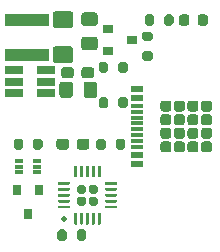
<source format=gbr>
%TF.GenerationSoftware,KiCad,Pcbnew,(5.1.9-0-10_14)*%
%TF.CreationDate,2021-05-17T11:03:40+01:00*%
%TF.ProjectId,Battery,42617474-6572-4792-9e6b-696361645f70,1*%
%TF.SameCoordinates,Original*%
%TF.FileFunction,Paste,Top*%
%TF.FilePolarity,Positive*%
%FSLAX46Y46*%
G04 Gerber Fmt 4.6, Leading zero omitted, Abs format (unit mm)*
G04 Created by KiCad (PCBNEW (5.1.9-0-10_14)) date 2021-05-17 11:03:40*
%MOMM*%
%LPD*%
G01*
G04 APERTURE LIST*
%ADD10R,0.900000X0.800000*%
%ADD11R,0.800000X0.900000*%
%ADD12R,0.700000X0.400000*%
%ADD13R,3.700000X1.100000*%
%ADD14R,1.560000X0.650000*%
%ADD15C,0.500000*%
%ADD16R,1.140000X0.600000*%
%ADD17R,1.140000X0.300000*%
G04 APERTURE END LIST*
%TO.C,R13*%
G36*
G01*
X130675000Y-101575000D02*
X130125000Y-101575000D01*
G75*
G02*
X129925000Y-101375000I0J200000D01*
G01*
X129925000Y-100975000D01*
G75*
G02*
X130125000Y-100775000I200000J0D01*
G01*
X130675000Y-100775000D01*
G75*
G02*
X130875000Y-100975000I0J-200000D01*
G01*
X130875000Y-101375000D01*
G75*
G02*
X130675000Y-101575000I-200000J0D01*
G01*
G37*
G36*
G01*
X130675000Y-103225000D02*
X130125000Y-103225000D01*
G75*
G02*
X129925000Y-103025000I0J200000D01*
G01*
X129925000Y-102625000D01*
G75*
G02*
X130125000Y-102425000I200000J0D01*
G01*
X130675000Y-102425000D01*
G75*
G02*
X130875000Y-102625000I0J-200000D01*
G01*
X130875000Y-103025000D01*
G75*
G02*
X130675000Y-103225000I-200000J0D01*
G01*
G37*
%TD*%
%TO.C,R12*%
G36*
G01*
X127925000Y-104075000D02*
X127925000Y-103525000D01*
G75*
G02*
X128125000Y-103325000I200000J0D01*
G01*
X128525000Y-103325000D01*
G75*
G02*
X128725000Y-103525000I0J-200000D01*
G01*
X128725000Y-104075000D01*
G75*
G02*
X128525000Y-104275000I-200000J0D01*
G01*
X128125000Y-104275000D01*
G75*
G02*
X127925000Y-104075000I0J200000D01*
G01*
G37*
G36*
G01*
X126275000Y-104075000D02*
X126275000Y-103525000D01*
G75*
G02*
X126475000Y-103325000I200000J0D01*
G01*
X126875000Y-103325000D01*
G75*
G02*
X127075000Y-103525000I0J-200000D01*
G01*
X127075000Y-104075000D01*
G75*
G02*
X126875000Y-104275000I-200000J0D01*
G01*
X126475000Y-104275000D01*
G75*
G02*
X126275000Y-104075000I0J200000D01*
G01*
G37*
%TD*%
D10*
%TO.C,Q3*%
X129100000Y-101500000D03*
X127100000Y-102450000D03*
X127100000Y-100550000D03*
%TD*%
D11*
%TO.C,Q2*%
X120300000Y-116200000D03*
X119350000Y-114200000D03*
X121250000Y-114200000D03*
%TD*%
%TO.C,R11*%
G36*
G01*
X131825000Y-100075000D02*
X131825000Y-99525000D01*
G75*
G02*
X132025000Y-99325000I200000J0D01*
G01*
X132425000Y-99325000D01*
G75*
G02*
X132625000Y-99525000I0J-200000D01*
G01*
X132625000Y-100075000D01*
G75*
G02*
X132425000Y-100275000I-200000J0D01*
G01*
X132025000Y-100275000D01*
G75*
G02*
X131825000Y-100075000I0J200000D01*
G01*
G37*
G36*
G01*
X130175000Y-100075000D02*
X130175000Y-99525000D01*
G75*
G02*
X130375000Y-99325000I200000J0D01*
G01*
X130775000Y-99325000D01*
G75*
G02*
X130975000Y-99525000I0J-200000D01*
G01*
X130975000Y-100075000D01*
G75*
G02*
X130775000Y-100275000I-200000J0D01*
G01*
X130375000Y-100275000D01*
G75*
G02*
X130175000Y-100075000I0J200000D01*
G01*
G37*
%TD*%
%TO.C,D1*%
G36*
G01*
X133950000Y-99543750D02*
X133950000Y-100056250D01*
G75*
G02*
X133731250Y-100275000I-218750J0D01*
G01*
X133293750Y-100275000D01*
G75*
G02*
X133075000Y-100056250I0J218750D01*
G01*
X133075000Y-99543750D01*
G75*
G02*
X133293750Y-99325000I218750J0D01*
G01*
X133731250Y-99325000D01*
G75*
G02*
X133950000Y-99543750I0J-218750D01*
G01*
G37*
G36*
G01*
X135525000Y-99543750D02*
X135525000Y-100056250D01*
G75*
G02*
X135306250Y-100275000I-218750J0D01*
G01*
X134868750Y-100275000D01*
G75*
G02*
X134650000Y-100056250I0J218750D01*
G01*
X134650000Y-99543750D01*
G75*
G02*
X134868750Y-99325000I218750J0D01*
G01*
X135306250Y-99325000D01*
G75*
G02*
X135525000Y-99543750I0J-218750D01*
G01*
G37*
%TD*%
%TO.C,R10*%
G36*
G01*
X124425000Y-118275000D02*
X124425000Y-117725000D01*
G75*
G02*
X124625000Y-117525000I200000J0D01*
G01*
X125025000Y-117525000D01*
G75*
G02*
X125225000Y-117725000I0J-200000D01*
G01*
X125225000Y-118275000D01*
G75*
G02*
X125025000Y-118475000I-200000J0D01*
G01*
X124625000Y-118475000D01*
G75*
G02*
X124425000Y-118275000I0J200000D01*
G01*
G37*
G36*
G01*
X122775000Y-118275000D02*
X122775000Y-117725000D01*
G75*
G02*
X122975000Y-117525000I200000J0D01*
G01*
X123375000Y-117525000D01*
G75*
G02*
X123575000Y-117725000I0J-200000D01*
G01*
X123575000Y-118275000D01*
G75*
G02*
X123375000Y-118475000I-200000J0D01*
G01*
X122975000Y-118475000D01*
G75*
G02*
X122775000Y-118275000I0J200000D01*
G01*
G37*
%TD*%
%TO.C,R9*%
G36*
G01*
X119875000Y-110025000D02*
X119875000Y-110575000D01*
G75*
G02*
X119675000Y-110775000I-200000J0D01*
G01*
X119275000Y-110775000D01*
G75*
G02*
X119075000Y-110575000I0J200000D01*
G01*
X119075000Y-110025000D01*
G75*
G02*
X119275000Y-109825000I200000J0D01*
G01*
X119675000Y-109825000D01*
G75*
G02*
X119875000Y-110025000I0J-200000D01*
G01*
G37*
G36*
G01*
X121525000Y-110025000D02*
X121525000Y-110575000D01*
G75*
G02*
X121325000Y-110775000I-200000J0D01*
G01*
X120925000Y-110775000D01*
G75*
G02*
X120725000Y-110575000I0J200000D01*
G01*
X120725000Y-110025000D01*
G75*
G02*
X120925000Y-109825000I200000J0D01*
G01*
X121325000Y-109825000D01*
G75*
G02*
X121525000Y-110025000I0J-200000D01*
G01*
G37*
%TD*%
%TO.C,R8*%
G36*
G01*
X127925000Y-107075000D02*
X127925000Y-106525000D01*
G75*
G02*
X128125000Y-106325000I200000J0D01*
G01*
X128525000Y-106325000D01*
G75*
G02*
X128725000Y-106525000I0J-200000D01*
G01*
X128725000Y-107075000D01*
G75*
G02*
X128525000Y-107275000I-200000J0D01*
G01*
X128125000Y-107275000D01*
G75*
G02*
X127925000Y-107075000I0J200000D01*
G01*
G37*
G36*
G01*
X126275000Y-107075000D02*
X126275000Y-106525000D01*
G75*
G02*
X126475000Y-106325000I200000J0D01*
G01*
X126875000Y-106325000D01*
G75*
G02*
X127075000Y-106525000I0J-200000D01*
G01*
X127075000Y-107075000D01*
G75*
G02*
X126875000Y-107275000I-200000J0D01*
G01*
X126475000Y-107275000D01*
G75*
G02*
X126275000Y-107075000I0J200000D01*
G01*
G37*
%TD*%
%TO.C,R7*%
G36*
G01*
X126875000Y-110025000D02*
X126875000Y-110575000D01*
G75*
G02*
X126675000Y-110775000I-200000J0D01*
G01*
X126275000Y-110775000D01*
G75*
G02*
X126075000Y-110575000I0J200000D01*
G01*
X126075000Y-110025000D01*
G75*
G02*
X126275000Y-109825000I200000J0D01*
G01*
X126675000Y-109825000D01*
G75*
G02*
X126875000Y-110025000I0J-200000D01*
G01*
G37*
G36*
G01*
X128525000Y-110025000D02*
X128525000Y-110575000D01*
G75*
G02*
X128325000Y-110775000I-200000J0D01*
G01*
X127925000Y-110775000D01*
G75*
G02*
X127725000Y-110575000I0J200000D01*
G01*
X127725000Y-110025000D01*
G75*
G02*
X127925000Y-109825000I200000J0D01*
G01*
X128325000Y-109825000D01*
G75*
G02*
X128525000Y-110025000I0J-200000D01*
G01*
G37*
%TD*%
D12*
%TO.C,Q1*%
X119550000Y-112200000D03*
X119550000Y-111700000D03*
X121050000Y-112200000D03*
X119550000Y-112700000D03*
X121050000Y-111700000D03*
X121050000Y-112700000D03*
%TD*%
%TO.C,C2*%
G36*
G01*
X123775000Y-110062500D02*
X123775000Y-110537500D01*
G75*
G02*
X123537500Y-110775000I-237500J0D01*
G01*
X122937500Y-110775000D01*
G75*
G02*
X122700000Y-110537500I0J237500D01*
G01*
X122700000Y-110062500D01*
G75*
G02*
X122937500Y-109825000I237500J0D01*
G01*
X123537500Y-109825000D01*
G75*
G02*
X123775000Y-110062500I0J-237500D01*
G01*
G37*
G36*
G01*
X125500000Y-110062500D02*
X125500000Y-110537500D01*
G75*
G02*
X125262500Y-110775000I-237500J0D01*
G01*
X124662500Y-110775000D01*
G75*
G02*
X124425000Y-110537500I0J237500D01*
G01*
X124425000Y-110062500D01*
G75*
G02*
X124662500Y-109825000I237500J0D01*
G01*
X125262500Y-109825000D01*
G75*
G02*
X125500000Y-110062500I0J-237500D01*
G01*
G37*
%TD*%
%TO.C,Reg1*%
G36*
G01*
X126150000Y-105249550D02*
X126150000Y-106150450D01*
G75*
G02*
X125900450Y-106400000I-249550J0D01*
G01*
X125249550Y-106400000D01*
G75*
G02*
X125000000Y-106150450I0J249550D01*
G01*
X125000000Y-105249550D01*
G75*
G02*
X125249550Y-105000000I249550J0D01*
G01*
X125900450Y-105000000D01*
G75*
G02*
X126150000Y-105249550I0J-249550D01*
G01*
G37*
G36*
G01*
X124100000Y-105249550D02*
X124100000Y-106150450D01*
G75*
G02*
X123850450Y-106400000I-249550J0D01*
G01*
X123199550Y-106400000D01*
G75*
G02*
X122950000Y-106150450I0J249550D01*
G01*
X122950000Y-105249550D01*
G75*
G02*
X123199550Y-105000000I249550J0D01*
G01*
X123850450Y-105000000D01*
G75*
G02*
X124100000Y-105249550I0J-249550D01*
G01*
G37*
G36*
G01*
X123875627Y-103450000D02*
X122624373Y-103450000D01*
G75*
G02*
X122375000Y-103200627I0J249373D01*
G01*
X122375000Y-102274373D01*
G75*
G02*
X122624373Y-102025000I249373J0D01*
G01*
X123875627Y-102025000D01*
G75*
G02*
X124125000Y-102274373I0J-249373D01*
G01*
X124125000Y-103200627D01*
G75*
G02*
X123875627Y-103450000I-249373J0D01*
G01*
G37*
G36*
G01*
X123875627Y-100475000D02*
X122624373Y-100475000D01*
G75*
G02*
X122375000Y-100225627I0J249373D01*
G01*
X122375000Y-99299373D01*
G75*
G02*
X122624373Y-99050000I249373J0D01*
G01*
X123875627Y-99050000D01*
G75*
G02*
X124125000Y-99299373I0J-249373D01*
G01*
X124125000Y-100225627D01*
G75*
G02*
X123875627Y-100475000I-249373J0D01*
G01*
G37*
D13*
X120250000Y-99750000D03*
X120250000Y-102750000D03*
G36*
G01*
X125950450Y-100300000D02*
X125049550Y-100300000D01*
G75*
G02*
X124800000Y-100050450I0J249550D01*
G01*
X124800000Y-99399550D01*
G75*
G02*
X125049550Y-99150000I249550J0D01*
G01*
X125950450Y-99150000D01*
G75*
G02*
X126200000Y-99399550I0J-249550D01*
G01*
X126200000Y-100050450D01*
G75*
G02*
X125950450Y-100300000I-249550J0D01*
G01*
G37*
G36*
G01*
X125950450Y-102350000D02*
X125049550Y-102350000D01*
G75*
G02*
X124800000Y-102100450I0J249550D01*
G01*
X124800000Y-101449550D01*
G75*
G02*
X125049550Y-101200000I249550J0D01*
G01*
X125950450Y-101200000D01*
G75*
G02*
X126200000Y-101449550I0J-249550D01*
G01*
X126200000Y-102100450D01*
G75*
G02*
X125950450Y-102350000I-249550J0D01*
G01*
G37*
G36*
G01*
X125900000Y-104012500D02*
X125900000Y-104487500D01*
G75*
G02*
X125662500Y-104725000I-237500J0D01*
G01*
X125062500Y-104725000D01*
G75*
G02*
X124825000Y-104487500I0J237500D01*
G01*
X124825000Y-104012500D01*
G75*
G02*
X125062500Y-103775000I237500J0D01*
G01*
X125662500Y-103775000D01*
G75*
G02*
X125900000Y-104012500I0J-237500D01*
G01*
G37*
G36*
G01*
X124175000Y-104012500D02*
X124175000Y-104487500D01*
G75*
G02*
X123937500Y-104725000I-237500J0D01*
G01*
X123337500Y-104725000D01*
G75*
G02*
X123100000Y-104487500I0J237500D01*
G01*
X123100000Y-104012500D01*
G75*
G02*
X123337500Y-103775000I237500J0D01*
G01*
X123937500Y-103775000D01*
G75*
G02*
X124175000Y-104012500I0J-237500D01*
G01*
G37*
D14*
X121850000Y-105950000D03*
X121850000Y-105000000D03*
X121850000Y-104050000D03*
X119150000Y-104050000D03*
X119150000Y-105950000D03*
X119150000Y-105000000D03*
%TD*%
D15*
%TO.C,U2*%
X123325000Y-116625000D03*
G36*
G01*
X126014000Y-114500000D02*
X125636000Y-114500000D01*
G75*
G02*
X125450000Y-114314000I0J186000D01*
G01*
X125450000Y-113936000D01*
G75*
G02*
X125636000Y-113750000I186000J0D01*
G01*
X126014000Y-113750000D01*
G75*
G02*
X126200000Y-113936000I0J-186000D01*
G01*
X126200000Y-114314000D01*
G75*
G02*
X126014000Y-114500000I-186000J0D01*
G01*
G37*
G36*
G01*
X125014000Y-114500000D02*
X124636000Y-114500000D01*
G75*
G02*
X124450000Y-114314000I0J186000D01*
G01*
X124450000Y-113936000D01*
G75*
G02*
X124636000Y-113750000I186000J0D01*
G01*
X125014000Y-113750000D01*
G75*
G02*
X125200000Y-113936000I0J-186000D01*
G01*
X125200000Y-114314000D01*
G75*
G02*
X125014000Y-114500000I-186000J0D01*
G01*
G37*
G36*
G01*
X126014000Y-115500000D02*
X125636000Y-115500000D01*
G75*
G02*
X125450000Y-115314000I0J186000D01*
G01*
X125450000Y-114936000D01*
G75*
G02*
X125636000Y-114750000I186000J0D01*
G01*
X126014000Y-114750000D01*
G75*
G02*
X126200000Y-114936000I0J-186000D01*
G01*
X126200000Y-115314000D01*
G75*
G02*
X126014000Y-115500000I-186000J0D01*
G01*
G37*
G36*
G01*
X125014000Y-115500000D02*
X124636000Y-115500000D01*
G75*
G02*
X124450000Y-115314000I0J186000D01*
G01*
X124450000Y-114936000D01*
G75*
G02*
X124636000Y-114750000I186000J0D01*
G01*
X125014000Y-114750000D01*
G75*
G02*
X125200000Y-114936000I0J-186000D01*
G01*
X125200000Y-115314000D01*
G75*
G02*
X125014000Y-115500000I-186000J0D01*
G01*
G37*
G36*
G01*
X123762500Y-115750000D02*
X122887500Y-115750000D01*
G75*
G02*
X122825000Y-115687500I0J62500D01*
G01*
X122825000Y-115562500D01*
G75*
G02*
X122887500Y-115500000I62500J0D01*
G01*
X123762500Y-115500000D01*
G75*
G02*
X123825000Y-115562500I0J-62500D01*
G01*
X123825000Y-115687500D01*
G75*
G02*
X123762500Y-115750000I-62500J0D01*
G01*
G37*
G36*
G01*
X123762500Y-115250000D02*
X122887500Y-115250000D01*
G75*
G02*
X122825000Y-115187500I0J62500D01*
G01*
X122825000Y-115062500D01*
G75*
G02*
X122887500Y-115000000I62500J0D01*
G01*
X123762500Y-115000000D01*
G75*
G02*
X123825000Y-115062500I0J-62500D01*
G01*
X123825000Y-115187500D01*
G75*
G02*
X123762500Y-115250000I-62500J0D01*
G01*
G37*
G36*
G01*
X123762500Y-114750000D02*
X122887500Y-114750000D01*
G75*
G02*
X122825000Y-114687500I0J62500D01*
G01*
X122825000Y-114562500D01*
G75*
G02*
X122887500Y-114500000I62500J0D01*
G01*
X123762500Y-114500000D01*
G75*
G02*
X123825000Y-114562500I0J-62500D01*
G01*
X123825000Y-114687500D01*
G75*
G02*
X123762500Y-114750000I-62500J0D01*
G01*
G37*
G36*
G01*
X123762500Y-114250000D02*
X122887500Y-114250000D01*
G75*
G02*
X122825000Y-114187500I0J62500D01*
G01*
X122825000Y-114062500D01*
G75*
G02*
X122887500Y-114000000I62500J0D01*
G01*
X123762500Y-114000000D01*
G75*
G02*
X123825000Y-114062500I0J-62500D01*
G01*
X123825000Y-114187500D01*
G75*
G02*
X123762500Y-114250000I-62500J0D01*
G01*
G37*
G36*
G01*
X123762500Y-113750000D02*
X122887500Y-113750000D01*
G75*
G02*
X122825000Y-113687500I0J62500D01*
G01*
X122825000Y-113562500D01*
G75*
G02*
X122887500Y-113500000I62500J0D01*
G01*
X123762500Y-113500000D01*
G75*
G02*
X123825000Y-113562500I0J-62500D01*
G01*
X123825000Y-113687500D01*
G75*
G02*
X123762500Y-113750000I-62500J0D01*
G01*
G37*
G36*
G01*
X124387500Y-113125000D02*
X124262500Y-113125000D01*
G75*
G02*
X124200000Y-113062500I0J62500D01*
G01*
X124200000Y-112187500D01*
G75*
G02*
X124262500Y-112125000I62500J0D01*
G01*
X124387500Y-112125000D01*
G75*
G02*
X124450000Y-112187500I0J-62500D01*
G01*
X124450000Y-113062500D01*
G75*
G02*
X124387500Y-113125000I-62500J0D01*
G01*
G37*
G36*
G01*
X124887500Y-113125000D02*
X124762500Y-113125000D01*
G75*
G02*
X124700000Y-113062500I0J62500D01*
G01*
X124700000Y-112187500D01*
G75*
G02*
X124762500Y-112125000I62500J0D01*
G01*
X124887500Y-112125000D01*
G75*
G02*
X124950000Y-112187500I0J-62500D01*
G01*
X124950000Y-113062500D01*
G75*
G02*
X124887500Y-113125000I-62500J0D01*
G01*
G37*
G36*
G01*
X125387500Y-113125000D02*
X125262500Y-113125000D01*
G75*
G02*
X125200000Y-113062500I0J62500D01*
G01*
X125200000Y-112187500D01*
G75*
G02*
X125262500Y-112125000I62500J0D01*
G01*
X125387500Y-112125000D01*
G75*
G02*
X125450000Y-112187500I0J-62500D01*
G01*
X125450000Y-113062500D01*
G75*
G02*
X125387500Y-113125000I-62500J0D01*
G01*
G37*
G36*
G01*
X125887500Y-113125000D02*
X125762500Y-113125000D01*
G75*
G02*
X125700000Y-113062500I0J62500D01*
G01*
X125700000Y-112187500D01*
G75*
G02*
X125762500Y-112125000I62500J0D01*
G01*
X125887500Y-112125000D01*
G75*
G02*
X125950000Y-112187500I0J-62500D01*
G01*
X125950000Y-113062500D01*
G75*
G02*
X125887500Y-113125000I-62500J0D01*
G01*
G37*
G36*
G01*
X126387500Y-113125000D02*
X126262500Y-113125000D01*
G75*
G02*
X126200000Y-113062500I0J62500D01*
G01*
X126200000Y-112187500D01*
G75*
G02*
X126262500Y-112125000I62500J0D01*
G01*
X126387500Y-112125000D01*
G75*
G02*
X126450000Y-112187500I0J-62500D01*
G01*
X126450000Y-113062500D01*
G75*
G02*
X126387500Y-113125000I-62500J0D01*
G01*
G37*
G36*
G01*
X127762500Y-113750000D02*
X126887500Y-113750000D01*
G75*
G02*
X126825000Y-113687500I0J62500D01*
G01*
X126825000Y-113562500D01*
G75*
G02*
X126887500Y-113500000I62500J0D01*
G01*
X127762500Y-113500000D01*
G75*
G02*
X127825000Y-113562500I0J-62500D01*
G01*
X127825000Y-113687500D01*
G75*
G02*
X127762500Y-113750000I-62500J0D01*
G01*
G37*
G36*
G01*
X127762500Y-114250000D02*
X126887500Y-114250000D01*
G75*
G02*
X126825000Y-114187500I0J62500D01*
G01*
X126825000Y-114062500D01*
G75*
G02*
X126887500Y-114000000I62500J0D01*
G01*
X127762500Y-114000000D01*
G75*
G02*
X127825000Y-114062500I0J-62500D01*
G01*
X127825000Y-114187500D01*
G75*
G02*
X127762500Y-114250000I-62500J0D01*
G01*
G37*
G36*
G01*
X127762500Y-114750000D02*
X126887500Y-114750000D01*
G75*
G02*
X126825000Y-114687500I0J62500D01*
G01*
X126825000Y-114562500D01*
G75*
G02*
X126887500Y-114500000I62500J0D01*
G01*
X127762500Y-114500000D01*
G75*
G02*
X127825000Y-114562500I0J-62500D01*
G01*
X127825000Y-114687500D01*
G75*
G02*
X127762500Y-114750000I-62500J0D01*
G01*
G37*
G36*
G01*
X127762500Y-115250000D02*
X126887500Y-115250000D01*
G75*
G02*
X126825000Y-115187500I0J62500D01*
G01*
X126825000Y-115062500D01*
G75*
G02*
X126887500Y-115000000I62500J0D01*
G01*
X127762500Y-115000000D01*
G75*
G02*
X127825000Y-115062500I0J-62500D01*
G01*
X127825000Y-115187500D01*
G75*
G02*
X127762500Y-115250000I-62500J0D01*
G01*
G37*
G36*
G01*
X127762500Y-115750000D02*
X126887500Y-115750000D01*
G75*
G02*
X126825000Y-115687500I0J62500D01*
G01*
X126825000Y-115562500D01*
G75*
G02*
X126887500Y-115500000I62500J0D01*
G01*
X127762500Y-115500000D01*
G75*
G02*
X127825000Y-115562500I0J-62500D01*
G01*
X127825000Y-115687500D01*
G75*
G02*
X127762500Y-115750000I-62500J0D01*
G01*
G37*
G36*
G01*
X126387500Y-117125000D02*
X126262500Y-117125000D01*
G75*
G02*
X126200000Y-117062500I0J62500D01*
G01*
X126200000Y-116187500D01*
G75*
G02*
X126262500Y-116125000I62500J0D01*
G01*
X126387500Y-116125000D01*
G75*
G02*
X126450000Y-116187500I0J-62500D01*
G01*
X126450000Y-117062500D01*
G75*
G02*
X126387500Y-117125000I-62500J0D01*
G01*
G37*
G36*
G01*
X125887500Y-117125000D02*
X125762500Y-117125000D01*
G75*
G02*
X125700000Y-117062500I0J62500D01*
G01*
X125700000Y-116187500D01*
G75*
G02*
X125762500Y-116125000I62500J0D01*
G01*
X125887500Y-116125000D01*
G75*
G02*
X125950000Y-116187500I0J-62500D01*
G01*
X125950000Y-117062500D01*
G75*
G02*
X125887500Y-117125000I-62500J0D01*
G01*
G37*
G36*
G01*
X125387500Y-117125000D02*
X125262500Y-117125000D01*
G75*
G02*
X125200000Y-117062500I0J62500D01*
G01*
X125200000Y-116187500D01*
G75*
G02*
X125262500Y-116125000I62500J0D01*
G01*
X125387500Y-116125000D01*
G75*
G02*
X125450000Y-116187500I0J-62500D01*
G01*
X125450000Y-117062500D01*
G75*
G02*
X125387500Y-117125000I-62500J0D01*
G01*
G37*
G36*
G01*
X124887500Y-117125000D02*
X124762500Y-117125000D01*
G75*
G02*
X124700000Y-117062500I0J62500D01*
G01*
X124700000Y-116187500D01*
G75*
G02*
X124762500Y-116125000I62500J0D01*
G01*
X124887500Y-116125000D01*
G75*
G02*
X124950000Y-116187500I0J-62500D01*
G01*
X124950000Y-117062500D01*
G75*
G02*
X124887500Y-117125000I-62500J0D01*
G01*
G37*
G36*
G01*
X124387500Y-117125000D02*
X124262500Y-117125000D01*
G75*
G02*
X124200000Y-117062500I0J62500D01*
G01*
X124200000Y-116187500D01*
G75*
G02*
X124262500Y-116125000I62500J0D01*
G01*
X124387500Y-116125000D01*
G75*
G02*
X124450000Y-116187500I0J-62500D01*
G01*
X124450000Y-117062500D01*
G75*
G02*
X124387500Y-117125000I-62500J0D01*
G01*
G37*
%TD*%
%TO.C,J2*%
G36*
G01*
X133347500Y-109850000D02*
X132882500Y-109850000D01*
G75*
G02*
X132650000Y-109617500I0J232500D01*
G01*
X132650000Y-109152500D01*
G75*
G02*
X132882500Y-108920000I232500J0D01*
G01*
X133347500Y-108920000D01*
G75*
G02*
X133580000Y-109152500I0J-232500D01*
G01*
X133580000Y-109617500D01*
G75*
G02*
X133347500Y-109850000I-232500J0D01*
G01*
G37*
G36*
G01*
X134497500Y-109850000D02*
X134032500Y-109850000D01*
G75*
G02*
X133800000Y-109617500I0J232500D01*
G01*
X133800000Y-109152500D01*
G75*
G02*
X134032500Y-108920000I232500J0D01*
G01*
X134497500Y-108920000D01*
G75*
G02*
X134730000Y-109152500I0J-232500D01*
G01*
X134730000Y-109617500D01*
G75*
G02*
X134497500Y-109850000I-232500J0D01*
G01*
G37*
G36*
G01*
X135647500Y-109850000D02*
X135182500Y-109850000D01*
G75*
G02*
X134950000Y-109617500I0J232500D01*
G01*
X134950000Y-109152500D01*
G75*
G02*
X135182500Y-108920000I232500J0D01*
G01*
X135647500Y-108920000D01*
G75*
G02*
X135880000Y-109152500I0J-232500D01*
G01*
X135880000Y-109617500D01*
G75*
G02*
X135647500Y-109850000I-232500J0D01*
G01*
G37*
G36*
G01*
X132197500Y-108700000D02*
X131732500Y-108700000D01*
G75*
G02*
X131500000Y-108467500I0J232500D01*
G01*
X131500000Y-108002500D01*
G75*
G02*
X131732500Y-107770000I232500J0D01*
G01*
X132197500Y-107770000D01*
G75*
G02*
X132430000Y-108002500I0J-232500D01*
G01*
X132430000Y-108467500D01*
G75*
G02*
X132197500Y-108700000I-232500J0D01*
G01*
G37*
G36*
G01*
X133347500Y-108700000D02*
X132882500Y-108700000D01*
G75*
G02*
X132650000Y-108467500I0J232500D01*
G01*
X132650000Y-108002500D01*
G75*
G02*
X132882500Y-107770000I232500J0D01*
G01*
X133347500Y-107770000D01*
G75*
G02*
X133580000Y-108002500I0J-232500D01*
G01*
X133580000Y-108467500D01*
G75*
G02*
X133347500Y-108700000I-232500J0D01*
G01*
G37*
G36*
G01*
X134497500Y-108700000D02*
X134032500Y-108700000D01*
G75*
G02*
X133800000Y-108467500I0J232500D01*
G01*
X133800000Y-108002500D01*
G75*
G02*
X134032500Y-107770000I232500J0D01*
G01*
X134497500Y-107770000D01*
G75*
G02*
X134730000Y-108002500I0J-232500D01*
G01*
X134730000Y-108467500D01*
G75*
G02*
X134497500Y-108700000I-232500J0D01*
G01*
G37*
G36*
G01*
X135647500Y-108700000D02*
X135182500Y-108700000D01*
G75*
G02*
X134950000Y-108467500I0J232500D01*
G01*
X134950000Y-108002500D01*
G75*
G02*
X135182500Y-107770000I232500J0D01*
G01*
X135647500Y-107770000D01*
G75*
G02*
X135880000Y-108002500I0J-232500D01*
G01*
X135880000Y-108467500D01*
G75*
G02*
X135647500Y-108700000I-232500J0D01*
G01*
G37*
G36*
G01*
X132197500Y-107550000D02*
X131732500Y-107550000D01*
G75*
G02*
X131500000Y-107317500I0J232500D01*
G01*
X131500000Y-106852500D01*
G75*
G02*
X131732500Y-106620000I232500J0D01*
G01*
X132197500Y-106620000D01*
G75*
G02*
X132430000Y-106852500I0J-232500D01*
G01*
X132430000Y-107317500D01*
G75*
G02*
X132197500Y-107550000I-232500J0D01*
G01*
G37*
G36*
G01*
X133347500Y-107550000D02*
X132882500Y-107550000D01*
G75*
G02*
X132650000Y-107317500I0J232500D01*
G01*
X132650000Y-106852500D01*
G75*
G02*
X132882500Y-106620000I232500J0D01*
G01*
X133347500Y-106620000D01*
G75*
G02*
X133580000Y-106852500I0J-232500D01*
G01*
X133580000Y-107317500D01*
G75*
G02*
X133347500Y-107550000I-232500J0D01*
G01*
G37*
G36*
G01*
X134497500Y-107550000D02*
X134032500Y-107550000D01*
G75*
G02*
X133800000Y-107317500I0J232500D01*
G01*
X133800000Y-106852500D01*
G75*
G02*
X134032500Y-106620000I232500J0D01*
G01*
X134497500Y-106620000D01*
G75*
G02*
X134730000Y-106852500I0J-232500D01*
G01*
X134730000Y-107317500D01*
G75*
G02*
X134497500Y-107550000I-232500J0D01*
G01*
G37*
G36*
G01*
X135647500Y-107550000D02*
X135182500Y-107550000D01*
G75*
G02*
X134950000Y-107317500I0J232500D01*
G01*
X134950000Y-106852500D01*
G75*
G02*
X135182500Y-106620000I232500J0D01*
G01*
X135647500Y-106620000D01*
G75*
G02*
X135880000Y-106852500I0J-232500D01*
G01*
X135880000Y-107317500D01*
G75*
G02*
X135647500Y-107550000I-232500J0D01*
G01*
G37*
G36*
G01*
X132197500Y-111000000D02*
X131732500Y-111000000D01*
G75*
G02*
X131500000Y-110767500I0J232500D01*
G01*
X131500000Y-110302500D01*
G75*
G02*
X131732500Y-110070000I232500J0D01*
G01*
X132197500Y-110070000D01*
G75*
G02*
X132430000Y-110302500I0J-232500D01*
G01*
X132430000Y-110767500D01*
G75*
G02*
X132197500Y-111000000I-232500J0D01*
G01*
G37*
G36*
G01*
X133347500Y-111000000D02*
X132882500Y-111000000D01*
G75*
G02*
X132650000Y-110767500I0J232500D01*
G01*
X132650000Y-110302500D01*
G75*
G02*
X132882500Y-110070000I232500J0D01*
G01*
X133347500Y-110070000D01*
G75*
G02*
X133580000Y-110302500I0J-232500D01*
G01*
X133580000Y-110767500D01*
G75*
G02*
X133347500Y-111000000I-232500J0D01*
G01*
G37*
G36*
G01*
X134497500Y-111000000D02*
X134032500Y-111000000D01*
G75*
G02*
X133800000Y-110767500I0J232500D01*
G01*
X133800000Y-110302500D01*
G75*
G02*
X134032500Y-110070000I232500J0D01*
G01*
X134497500Y-110070000D01*
G75*
G02*
X134730000Y-110302500I0J-232500D01*
G01*
X134730000Y-110767500D01*
G75*
G02*
X134497500Y-111000000I-232500J0D01*
G01*
G37*
G36*
G01*
X135647500Y-111000000D02*
X135182500Y-111000000D01*
G75*
G02*
X134950000Y-110767500I0J232500D01*
G01*
X134950000Y-110302500D01*
G75*
G02*
X135182500Y-110070000I232500J0D01*
G01*
X135647500Y-110070000D01*
G75*
G02*
X135880000Y-110302500I0J-232500D01*
G01*
X135880000Y-110767500D01*
G75*
G02*
X135647500Y-111000000I-232500J0D01*
G01*
G37*
G36*
G01*
X132197500Y-109850000D02*
X131732500Y-109850000D01*
G75*
G02*
X131500000Y-109617500I0J232500D01*
G01*
X131500000Y-109152500D01*
G75*
G02*
X131732500Y-108920000I232500J0D01*
G01*
X132197500Y-108920000D01*
G75*
G02*
X132430000Y-109152500I0J-232500D01*
G01*
X132430000Y-109617500D01*
G75*
G02*
X132197500Y-109850000I-232500J0D01*
G01*
G37*
D16*
X129540000Y-111200000D03*
X129540000Y-106400000D03*
D17*
X129540000Y-108550000D03*
X129540000Y-109050000D03*
X129540000Y-108050000D03*
X129540000Y-109550000D03*
X129540000Y-107550000D03*
X129540000Y-110050000D03*
X129540000Y-107050000D03*
X129540000Y-110550000D03*
D16*
X129540000Y-105600000D03*
X129540000Y-112000000D03*
%TD*%
M02*

</source>
